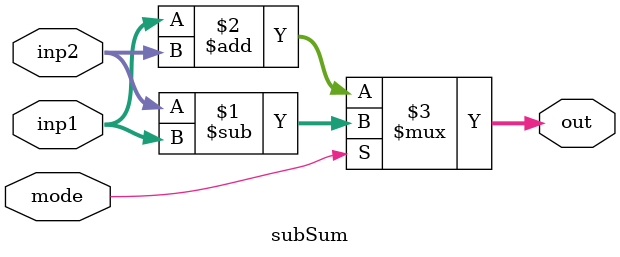
<source format=v>
`timescale 1ps/1ps
module subSum (
    inp1,
    inp2,
    mode,
    out
    );
    parameter n = 14;
    input signed[n-1:0]inp1,
    inp2;
    input mode;
    output signed[n-1:0]out;

    assign out = mode ? inp2-inp1 : inp1+inp2;
endmodule
                  

</source>
